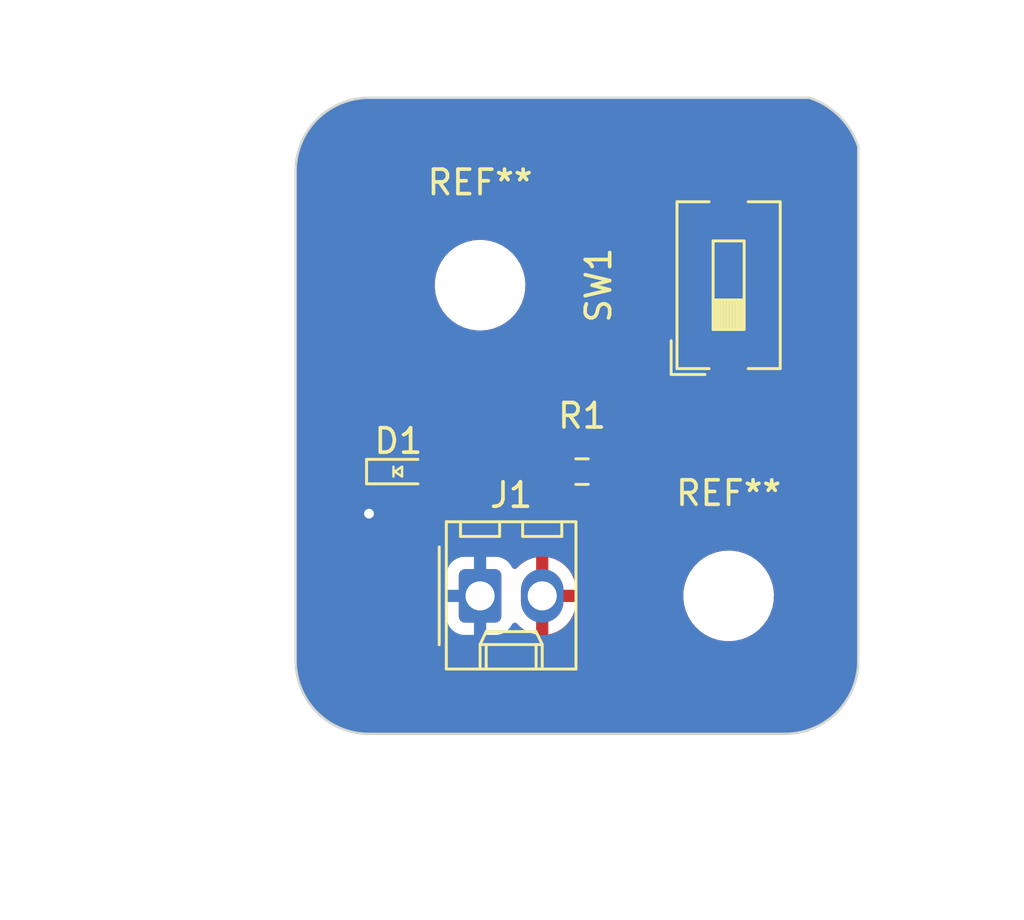
<source format=kicad_pcb>
(kicad_pcb (version 20221018) (generator pcbnew)
  (title_block (title "Template") (date "2022-08-16") (rev "0.0") (company "Illini Solar Car") (comment 1 "Designed By: Your Name"))
  (layers (0 "F.Cu" signal) (31 "B.Cu" signal) (34 "B.Paste" user) (35 "F.Paste" user) (36 "B.SilkS" user "B.Silkscreen") (37 "F.SilkS" user "F.Silkscreen") (38 "B.Mask" user) (39 "F.Mask" user) (44 "Edge.Cuts" user))
  (net 0 "")
  (net 1 "GND")
  (net 2 "Net-(D1-A)")
  (net 3 "+3V3")
  (net 4 "Net-(R1-Pad1)")
  (footprint "MountingHole:MountingHole_3.2mm_M3" (layer "F.Cu") (at 129.54 73.66)
    (fp_text reference "REF**" (at 0 -4.2) (layer "F.SilkS"))
    (fp_text value "MountingHole_3.2mm_M3")
    (pad "" np_thru_hole circle (at 0 0) (size 3.2 3.2) (drill 3.2) (layers "*.Cu" "*.Mask"))
  )
  (footprint "Button_Switch_SMD:SW_DIP_SPSTx01_Slide_6.7x4.1mm_W8.61mm_P2.54mm_LowProfile" (layer "F.Cu") (at 139.7 73.66 90)
    (fp_text reference "SW1" (at 0 -5.3175 90) (layer "F.SilkS"))
    (fp_text value "SW_Push")
    (fp_line (start -3.65 -2.35) (end -3.65 -0.967) (stroke (width 0.12)) (layer "F.SilkS"))
    (fp_line (start -3.65 -2.35) (end -2.267 -2.35) (stroke (width 0.12)) (layer "F.SilkS"))
    (fp_line (start -3.41 -2.11) (end -3.41 -0.8) (stroke (width 0.12)) (layer "F.SilkS"))
    (fp_line (start -3.41 -2.11) (end 3.41 -2.11) (stroke (width 0.12)) (layer "F.SilkS"))
    (fp_line (start -3.41 0.8) (end -3.41 2.11) (stroke (width 0.12)) (layer "F.SilkS"))
    (fp_line (start -3.41 2.11) (end 3.41 2.11) (stroke (width 0.12)) (layer "F.SilkS"))
    (fp_line (start -1.81 -0.635) (end -1.81 0.635) (stroke (width 0.12)) (layer "F.SilkS"))
    (fp_line (start -1.81 -0.515) (end -0.603333 -0.515) (stroke (width 0.12)) (layer "F.SilkS"))
    (fp_line (start -1.81 -0.395) (end -0.603333 -0.395) (stroke (width 0.12)) (layer "F.SilkS"))
    (fp_line (start -1.81 -0.275) (end -0.603333 -0.275) (stroke (width 0.12)) (layer "F.SilkS"))
    (fp_line (start -1.81 -0.155) (end -0.603333 -0.155) (stroke (width 0.12)) (layer "F.SilkS"))
    (fp_line (start -1.81 -0.035) (end -0.603333 -0.035) (stroke (width 0.12)) (layer "F.SilkS"))
    (fp_line (start -1.81 0.085) (end -0.603333 0.085) (stroke (width 0.12)) (layer "F.SilkS"))
    (fp_line (start -1.81 0.205) (end -0.603333 0.205) (stroke (width 0.12)) (layer "F.SilkS"))
    (fp_line (start -1.81 0.325) (end -0.603333 0.325) (stroke (width 0.12)) (layer "F.SilkS"))
    (fp_line (start -1.81 0.445) (end -0.603333 0.445) (stroke (width 0.12)) (layer "F.SilkS"))
    (fp_line (start -1.81 0.565) (end -0.603333 0.565) (stroke (width 0.12)) (layer "F.SilkS"))
    (fp_line (start -1.81 0.635) (end 1.81 0.635) (stroke (width 0.12)) (layer "F.SilkS"))
    (fp_line (start -0.603333 -0.635) (end -0.603333 0.635) (stroke (width 0.12)) (layer "F.SilkS"))
    (fp_line (start 1.81 -0.635) (end -1.81 -0.635) (stroke (width 0.12)) (layer "F.SilkS"))
    (fp_line (start 1.81 0.635) (end 1.81 -0.635) (stroke (width 0.12)) (layer "F.SilkS"))
    (fp_line (start 3.41 -2.11) (end 3.41 -0.8) (stroke (width 0.12)) (layer "F.SilkS"))
    (fp_line (start 3.41 0.8) (end 3.41 2.11) (stroke (width 0.12)) (layer "F.SilkS"))
    (pad "1" smd rect (at -4.305 0 90) (size 2.44 1.12) (layers "F.Cu" "F.Paste" "F.Mask") (net 3 "+3V3"))
    (pad "2" smd rect (at 4.305 0 90) (size 2.44 1.12) (layers "F.Cu" "F.Paste" "F.Mask") (net 4 "Net-(R1-Pad1)"))
  )
  (footprint "MountingHole:MountingHole_3.2mm_M3" (layer "F.Cu") (at 139.7 86.36)
    (fp_text reference "REF**" (at 0 -4.2) (layer "F.SilkS"))
    (fp_text value "MountingHole_3.2mm_M3")
    (pad "" np_thru_hole circle (at 0 0) (size 3.2 3.2) (drill 3.2) (layers "*.Cu" "*.Mask"))
  )
  (footprint "layout:LED_0603_Symbol_on_F.SilkS" (layer "F.Cu") (at 126.2 81.28)
    (fp_text reference "D1" (at 0 -1.25) (layer "F.SilkS"))
    (fp_text value "LED_RED")
    (fp_line (start -1.3 -0.5) (end -1.3 0.5) (stroke (width 0.12)) (layer "F.SilkS"))
    (fp_line (start -1.3 -0.5) (end 0.8 -0.5) (stroke (width 0.12)) (layer "F.SilkS"))
    (fp_line (start -1.3 0.5) (end 0.8 0.5) (stroke (width 0.12)) (layer "F.SilkS"))
    (fp_line (start -0.2 -0.2) (end -0.2 0.2) (stroke (width 0.1)) (layer "F.SilkS"))
    (fp_line (start -0.15 0) (end 0.15 -0.2) (stroke (width 0.1)) (layer "F.SilkS"))
    (fp_line (start 0.15 -0.2) (end 0.15 0.2) (stroke (width 0.1)) (layer "F.SilkS"))
    (fp_line (start 0.15 0.2) (end -0.15 0) (stroke (width 0.1)) (layer "F.SilkS"))
    (pad "1" smd rect (at -0.8 0 180) (size 0.8 0.8) (layers "F.Cu" "F.Paste" "F.Mask") (net 1 "GND"))
    (pad "2" smd rect (at 0.8 0 180) (size 0.8 0.8) (layers "F.Cu" "F.Paste" "F.Mask") (net 2 "Net-(D1-A)"))
  )
  (footprint "Connector_Molex:Molex_KK-254_AE-6410-02A_1x02_P2.54mm_Vertical" (layer "F.Cu") (at 129.54 86.36)
    (fp_text reference "J1" (at 1.27 -4.12) (layer "F.SilkS"))
    (fp_text value "Conn_01x02")
    (fp_line (start -1.67 -2) (end -1.67 2) (stroke (width 0.12)) (layer "F.SilkS"))
    (fp_line (start -1.38 -3.03) (end -1.38 2.99) (stroke (width 0.12)) (layer "F.SilkS"))
    (fp_line (start -1.38 2.99) (end 3.92 2.99) (stroke (width 0.12)) (layer "F.SilkS"))
    (fp_line (start -0.8 -3.03) (end -0.8 -2.43) (stroke (width 0.12)) (layer "F.SilkS"))
    (fp_line (start -0.8 -2.43) (end 0.8 -2.43) (stroke (width 0.12)) (layer "F.SilkS"))
    (fp_line (start 0 1.99) (end 0.25 1.46) (stroke (width 0.12)) (layer "F.SilkS"))
    (fp_line (start 0 1.99) (end 2.54 1.99) (stroke (width 0.12)) (layer "F.SilkS"))
    (fp_line (start 0 2.99) (end 0 1.99) (stroke (width 0.12)) (layer "F.SilkS"))
    (fp_line (start 0.25 1.46) (end 2.29 1.46) (stroke (width 0.12)) (layer "F.SilkS"))
    (fp_line (start 0.25 2.99) (end 0.25 1.99) (stroke (width 0.12)) (layer "F.SilkS"))
    (fp_line (start 0.8 -2.43) (end 0.8 -3.03) (stroke (width 0.12)) (layer "F.SilkS"))
    (fp_line (start 1.74 -3.03) (end 1.74 -2.43) (stroke (width 0.12)) (layer "F.SilkS"))
    (fp_line (start 1.74 -2.43) (end 3.34 -2.43) (stroke (width 0.12)) (layer "F.SilkS"))
    (fp_line (start 2.29 1.46) (end 2.54 1.99) (stroke (width 0.12)) (layer "F.SilkS"))
    (fp_line (start 2.29 2.99) (end 2.29 1.99) (stroke (width 0.12)) (layer "F.SilkS"))
    (fp_line (start 2.54 1.99) (end 2.54 2.99) (stroke (width 0.12)) (layer "F.SilkS"))
    (fp_line (start 3.34 -2.43) (end 3.34 -3.03) (stroke (width 0.12)) (layer "F.SilkS"))
    (fp_line (start 3.92 -3.03) (end -1.38 -3.03) (stroke (width 0.12)) (layer "F.SilkS"))
    (fp_line (start 3.92 2.99) (end 3.92 -3.03) (stroke (width 0.12)) (layer "F.SilkS"))
    (pad "1" thru_hole roundrect (at 0 0) (size 1.74 2.19) (drill 1.19) (layers "*.Cu" "*.Mask") (roundrect_rratio 0.143678) (net 1 "GND"))
    (pad "2" thru_hole oval (at 2.54 0) (size 1.74 2.19) (drill 1.19) (layers "*.Cu" "*.Mask") (net 3 "+3V3"))
  )
  (footprint "Resistor_SMD:R_0603_1608Metric_Pad0.98x0.95mm_HandSolder" (layer "F.Cu") (at 133.7075 81.28 180)
    (fp_text reference "R1" (at 0 2.28) (layer "F.SilkS"))
    (fp_text value "105")
    (fp_line (start -0.254724 -0.5225) (end 0.254724 -0.5225) (stroke (width 0.12)) (layer "F.SilkS"))
    (fp_line (start -0.254724 0.5225) (end 0.254724 0.5225) (stroke (width 0.12)) (layer "F.SilkS"))
    (pad "1" smd roundrect (at -0.9125 0 180) (size 0.975 0.95) (layers "F.Cu" "F.Paste" "F.Mask") (net 4 "Net-(R1-Pad1)"))
    (pad "2" smd roundrect (at 0.9125 0 180) (size 0.975 0.95) (layers "F.Cu" "F.Paste" "F.Mask") (net 2 "Net-(D1-A)"))
  )
  (gr_arc (start 125 92) (mid 122.87868 91.12132) (end 122 89) (stroke (width 0.1)) (layer "Edge.Cuts"))
  (gr_arc (start 122 69) (mid 122.87868 66.87868) (end 125 66) (stroke (width 0.1)) (layer "Edge.Cuts"))
  (gr_line (start 125 92) (end 142 92) (stroke (width 0.1)) (layer "Edge.Cuts"))
  (gr_arc (start 143 66.000001) (mid 144.236067 66.763933) (end 144.999999 68) (stroke (width 0.1)) (layer "Edge.Cuts"))
  (gr_line (start 144.999999 68) (end 145 89) (stroke (width 0.1)) (layer "Edge.Cuts"))
  (gr_line (start 122 69) (end 122 89) (stroke (width 0.1)) (layer "Edge.Cuts"))
  (gr_arc (start 145 89) (mid 144.12132 91.12132) (end 142 92) (stroke (width 0.1)) (layer "Edge.Cuts"))
  (gr_line (start 125 66) (end 143 66.000001) (stroke (width 0.1)) (layer "Edge.Cuts"))
  (segment (start 125.4 82.6) (end 125 83) (width 0.25) (layer "F.Cu") (net 1))
  (segment (start 125.4 81.28) (end 125.4 82.6) (width 0.25) (layer "F.Cu") (net 1))
  (via (at 125 83) (size 0.8) (drill 0.4) (layers "F.Cu" "B.Cu") (net 1))
  (segment (start 132.795 81.28) (end 127 81.28) (width 0.25) (layer "F.Cu") (net 2))
  (segment (start 139.7 69.355) (end 134.62 74.435) (width 0.25) (layer "F.Cu") (net 4))
  (segment (start 134.62 74.435) (end 134.62 81.28) (width 0.25) (layer "F.Cu") (net 4))
  (zone (net 3) (net_name "+3V3") (layer "F.Cu") (connect_pads (clearance 0.508)) (min_thickness 0.25) (fill yes (thermal_gap 0.5) (thermal_bridge_width 0.5))
    (polygon (pts (xy 122 66) (xy 145 66) (xy 145 92) (xy 122 92)))
  )
  (zone (net 1) (net_name "GND") (layer "B.Cu") (priority 1) (connect_pads (clearance 0.508)) (min_thickness 0.25) (fill yes (thermal_gap 0.5) (thermal_bridge_width 0.5))
    (polygon (pts (xy 122 66) (xy 145 66) (xy 145 92) (xy 122 92)))
  )
)
</source>
